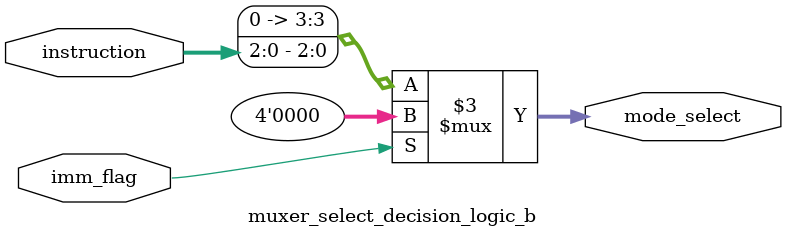
<source format=sv>
/*

inputs:
    instruction word
    imm8 flag from microcode

outputs:
    mode select

15 14 13 12 11 10 9 8 ~~ 7 6 5 4 3 2 1 0
-- -- -- -- --  x x x    0 y y y 0 z z z

x = reg encoding if imm8 = true
y = dest reg if imm8 = false
z = src reg if imm8 = false
*/


module muxer_select_decision_logic_a # (
    parameter WORD_SIZE = 16
) (
    input wire [WORD_SIZE-1:0] instruction,
    input wire imm_flag,
    output reg [2:0] mode_select
); 

    always_comb begin

        if (imm_flag) begin
            mode_select = instruction[10:8];
        end else begin
            mode_select = instruction[6:4];
        end

    end
endmodule

module muxer_select_decision_logic_b # (
    parameter WORD_SIZE = 16,
    parameter DEFAULT_IMM_SELECTOR_VALUE = 0
) (
    input wire [WORD_SIZE-1:0] instruction,
    input wire imm_flag,
    output reg [3:0] mode_select
);

    always_comb begin
        if (imm_flag) begin
            mode_select = DEFAULT_IMM_SELECTOR_VALUE;
        end else begin
            mode_select = {1'b0, instruction[2:0]};
        end
    end
endmodule
</source>
